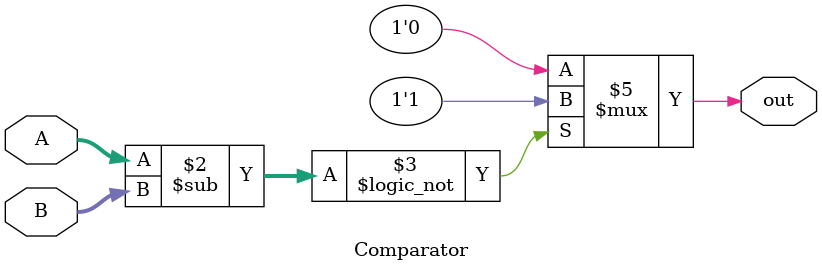
<source format=v>
`timescale 1ns / 1ps


module Comparator(A, B, out);
    input [31:0] A, B;
    output reg out;
    
    always@(A, B) begin
        if ((A - B) == 0)
            out <= 1;
        else
            out <= 0;
    end
endmodule

</source>
